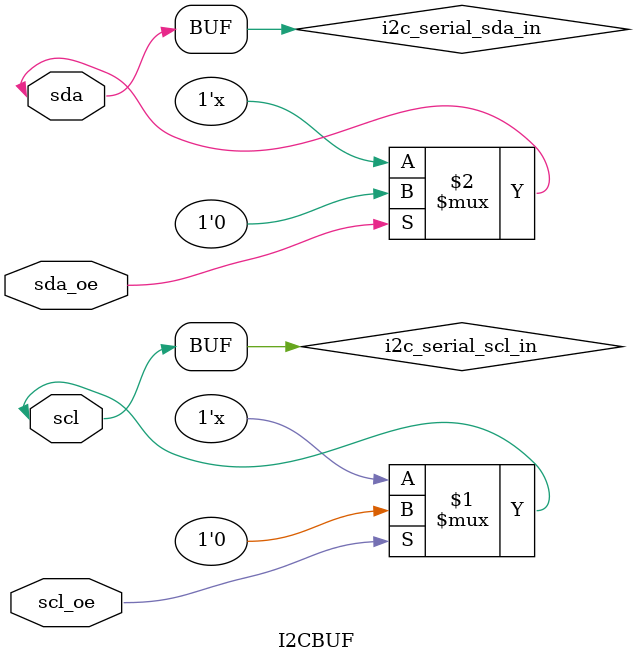
<source format=v>
/* I2cBuf.v


Open-drain buffers for I2C_SCL and I2C_DAT

  September 3, 2022
  Tom McDermott, N5EG

*/

//`ifndef I2CBUF_H
//`define I2CBUF_H

module I2CBUF (
	input wire sda_oe,
	inout wire sda,
	input wire scl_oe,
	inout wire scl
);

assign i2c_serial_scl_in = scl;
assign scl = scl_oe ? 1'b0 : 1'bz;
assign i2c_serial_sda_in = sda;
assign sda = sda_oe ? 1'b0 : 1'bz;


endmodule

//`endif	//I2CBUF_H

</source>
